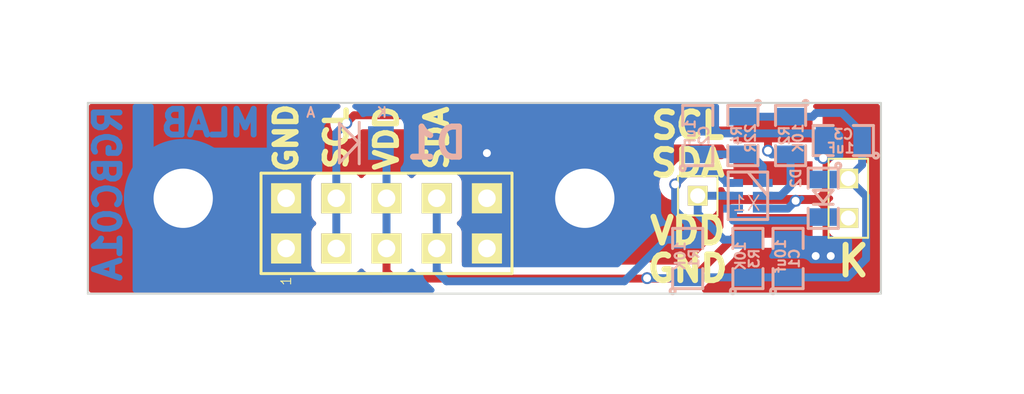
<source format=kicad_pcb>
(kicad_pcb (version 20221018) (generator pcbnew)
  (layers (0 "F.Cu" signal) (31 "B.Cu" signal) (34 "B.Paste" user) (35 "F.Paste" user) (36 "B.SilkS" user "B.Silkscreen") (37 "F.SilkS" user "F.Silkscreen") (38 "B.Mask" user) (39 "F.Mask" user) (44 "Edge.Cuts" user))
  (net 0 "")
  (net 1 "VDD")
  (net 2 "GND")
  (net 3 "Net-(C2-Pad1)")
  (net 4 "Net-(D2-Pad2)")
  (net 5 "Net-(J2-Pad1)")
  (net 6 "/SCL")
  (net 7 "/SDA")
  (footprint "Mlab_Pin_Headers:Straight_2x01" (layer "F.Cu") (at 38.735 -4.572 -90)
    (fp_text reference "J3" hide)
    (fp_text value "CONN1_2" hide)
    (fp_line (start -2 -1) (end 2 -1) (stroke (width 0.1)) (layer "F.SilkS"))
    (fp_line (start -2 1) (end -2 -1) (stroke (width 0.1)) (layer "F.SilkS"))
    (fp_line (start 2 -1) (end 2 1) (stroke (width 0.1)) (layer "F.SilkS"))
    (fp_line (start 2 1) (end -2 1) (stroke (width 0.1)) (layer "F.SilkS"))
    (pad "1" thru_hole rect (at -1 0 270) (size 1 1) (drill 0.762) (layers "*.Cu" "*.Mask" "F.SilkS") (net 1 "VDD"))
    (pad "2" thru_hole rect (at 1 0 270) (size 1 1) (drill 0.762) (layers "*.Cu" "*.Mask" "F.SilkS") (net 4 "Net-(D2-Pad2)"))
  )
  (footprint "Mlab_Pin_Headers:Straight_1x01" (layer "F.Cu") (at 31.115 -4.699)
    (fp_text reference "J2" hide)
    (fp_text value "CONN1_1" hide)
    (fp_text user "1" (at -1 0) (layer "F.SilkS") (effects (font (size 0 0))))
    (fp_line (start -1 -1) (end 1 -1) (stroke (width 0.1)) (layer "F.SilkS"))
    (fp_line (start -1 1) (end -1 -1) (stroke (width 0.1)) (layer "F.SilkS"))
    (fp_line (start 1 -1) (end 1 1) (stroke (width 0.1)) (layer "F.SilkS"))
    (fp_line (start 1 1) (end -1 1) (stroke (width 0.1)) (layer "F.SilkS"))
    (pad "1" thru_hole rect (at 0 0) (size 1 1) (drill 0.762) (layers "*.Cu" "*.Mask" "F.SilkS") (net 5 "Net-(J2-Pad1)"))
  )
  (footprint "Mlab_Pin_Headers:Straight_2x05" (layer "F.Cu") (at 15.367 -3.302 90)
    (fp_text reference "J1" hide)
    (fp_text value "JUMP_5X2" hide)
    (fp_text user "1" (at -2.921 -5.08 90) (layer "F.SilkS") (effects (font (size 0.5 0.5) (thickness 0.05))))
    (fp_line (start -2.54 -6.35) (end 2.54 -6.35) (stroke (width 0.15)) (layer "F.SilkS"))
    (fp_line (start -2.54 6.35) (end -2.54 -6.35) (stroke (width 0.15)) (layer "F.SilkS"))
    (fp_line (start 2.54 -6.35) (end 2.54 6.35) (stroke (width 0.15)) (layer "F.SilkS"))
    (fp_line (start 2.54 6.35) (end -2.54 6.35) (stroke (width 0.15)) (layer "F.SilkS"))
    (pad "1" thru_hole rect (at -1.27 -5.08 90) (size 1.524 1.524) (drill 0.889) (layers "*.Cu" "*.Mask" "F.SilkS") (net 2 "GND"))
    (pad "2" thru_hole rect (at 1.27 -5.08 90) (size 1.524 1.524) (drill 0.889) (layers "*.Cu" "*.Mask" "F.SilkS") (net 2 "GND"))
    (pad "3" thru_hole rect (at -1.27 -2.54 90) (size 1.524 1.524) (drill 0.889) (layers "*.Cu" "*.Mask" "F.SilkS") (net 6 "/SCL"))
    (pad "4" thru_hole rect (at 1.27 -2.54 90) (size 1.524 1.524) (drill 0.889) (layers "*.Cu" "*.Mask" "F.SilkS") (net 6 "/SCL"))
    (pad "5" thru_hole rect (at -1.27 0 90) (size 1.524 1.524) (drill 0.889) (layers "*.Cu" "*.Mask" "F.SilkS") (net 1 "VDD"))
    (pad "6" thru_hole rect (at 1.27 0 90) (size 1.524 1.524) (drill 0.889) (layers "*.Cu" "*.Mask" "F.SilkS") (net 1 "VDD"))
    (pad "7" thru_hole rect (at -1.27 2.54 90) (size 1.524 1.524) (drill 0.889) (layers "*.Cu" "*.Mask" "F.SilkS") (net 7 "/SDA"))
    (pad "8" thru_hole rect (at 1.27 2.54 90) (size 1.524 1.524) (drill 0.889) (layers "*.Cu" "*.Mask" "F.SilkS") (net 7 "/SDA"))
    (pad "9" thru_hole rect (at -1.27 5.08 90) (size 1.524 1.524) (drill 0.889) (layers "*.Cu" "*.Mask" "F.SilkS") (net 2 "GND"))
    (pad "10" thru_hole rect (at 1.27 5.08 90) (size 1.524 1.524) (drill 0.889) (layers "*.Cu" "*.Mask" "F.SilkS") (net 2 "GND"))
  )
  (footprint "Mlab_Pin_Headers:SMD_1x1" (layer "F.Cu") (at 34.925 -3.175)
    (fp_text reference "J4" hide)
    (fp_text value "CONN1_1" hide)
    (pad "1" smd rect (at 0 0) (size 4 1.2) (layers "F.Cu" "F.Paste" "F.Mask") (net 1 "VDD"))
  )
  (footprint "Mlab_Pin_Headers:SMD_1x1" (layer "F.Cu") (at 34.925 -8.001)
    (fp_text reference "J5" hide)
    (fp_text value "CONN1_1" hide)
    (pad "1" smd rect (at 0 0) (size 4 1.2) (layers "F.Cu" "F.Paste" "F.Mask") (net 6 "/SCL"))
  )
  (footprint "Mlab_Pin_Headers:SMD_1x1" (layer "F.Cu") (at 34.925 -5.842)
    (fp_text reference "J6" hide)
    (fp_text value "CONN1_1" hide)
    (pad "1" smd rect (at 0 0) (size 4 1.2) (layers "F.Cu" "F.Paste" "F.Mask") (net 7 "/SDA"))
  )
  (footprint "Mlab_Pin_Headers:SMD_1x1" (layer "F.Cu") (at 34.925 -1.016)
    (fp_text reference "J7" hide)
    (fp_text value "CONN1_1" hide)
    (pad "1" smd rect (at 0 0) (size 4 1.2) (layers "F.Cu" "F.Paste" "F.Mask") (net 2 "GND"))
  )
  (footprint "Mlab_Mechanical:MountingHole_3mm" (layer "B.Cu") (at 5.08 -4.572)
    (fp_text reference "M1" hide)
    (fp_text value "HOLE" hide)
    (pad "1" thru_hole circle (at 0 0) (size 6 6) (drill 3) (layers "*.Cu" "*.Adhes" "*.Mask") (net 2 "GND") (clearance 1))
  )
  (footprint "Mlab_Mechanical:MountingHole_3mm" (layer "B.Cu") (at 25.4 -4.572)
    (fp_text reference "M2" hide)
    (fp_text value "HOLE" hide)
    (pad "1" thru_hole circle (at 0 0) (size 6 6) (drill 3) (layers "*.Cu" "*.Adhes" "*.Mask") (net 2 "GND") (clearance 1))
  )
  (footprint "Mlab_IO:FN" (layer "B.Cu") (at 33.655 -4.699 180)
    (fp_text reference "X1" (at 0.0762 -0.381) (layer "B.SilkS") (effects (font (size 0.762 0.762) (thickness 0.0762)) (justify mirror)))
    (fp_text value "TCS37717" hide)
    (fp_line (start -1 -1.2) (end -1 1.2) (stroke (width 0.15)) (layer "B.SilkS"))
    (fp_line (start -1 0) (end 0 1.2) (stroke (width 0.15)) (layer "B.SilkS"))
    (fp_line (start 1 -1.2) (end -1 -1.2) (stroke (width 0.15)) (layer "B.SilkS"))
    (fp_line (start 1 1.2) (end -1 1.2) (stroke (width 0.15)) (layer "B.SilkS"))
    (fp_line (start 1 1.2) (end 1 -1.2) (stroke (width 0.15)) (layer "B.SilkS"))
    (pad "1" smd rect (at -0.75 0.65 180) (size 1 0.4) (layers "B.Cu" "B.Paste" "B.Mask") (net 3 "Net-(C2-Pad1)"))
    (pad "2" smd rect (at -0.75 0 180) (size 1 0.4) (layers "B.Cu" "B.Paste" "B.Mask") (net 6 "/SCL"))
    (pad "3" smd rect (at -0.75 -0.65 180) (size 1 0.4) (layers "B.Cu" "B.Paste" "B.Mask") (net 2 "GND"))
    (pad "4" smd rect (at 0.75 -0.65 180) (size 1 0.4) (layers "B.Cu" "B.Paste" "B.Mask") (net 4 "Net-(D2-Pad2)"))
    (pad "5" smd rect (at 0.75 0 180) (size 1 0.4) (layers "B.Cu" "B.Paste" "B.Mask") (net 5 "Net-(J2-Pad1)"))
    (pad "6" smd rect (at 0.75 0.65 180) (size 1 0.4) (layers "B.Cu" "B.Paste" "B.Mask") (net 7 "/SDA"))
  )
  (footprint "Mlab_R:SMD-0805" (layer "B.Cu") (at 35.687 -1.524 90)
    (fp_text reference "C1" (at 0 0.3175 90) (layer "B.SilkS") (effects (font (size 0.50038 0.50038) (thickness 0.10922)) (justify mirror)))
    (fp_text value "10uf" (at 0.127 -0.381 90) (layer "B.SilkS") (effects (font (size 0.50038 0.50038) (thickness 0.10922)) (justify mirror)))
    (fp_line (start -1.524 -0.762) (end -1.524 0.762) (stroke (width 0.15)) (layer "B.SilkS"))
    (fp_line (start -1.524 0.762) (end -0.508 0.762) (stroke (width 0.15)) (layer "B.SilkS"))
    (fp_line (start -0.508 -0.762) (end -1.524 -0.762) (stroke (width 0.15)) (layer "B.SilkS"))
    (fp_line (start 0.508 0.762) (end 1.524 0.762) (stroke (width 0.15)) (layer "B.SilkS"))
    (fp_line (start 1.524 -0.762) (end 0.508 -0.762) (stroke (width 0.15)) (layer "B.SilkS"))
    (fp_line (start 1.524 0.762) (end 1.524 -0.762) (stroke (width 0.15)) (layer "B.SilkS"))
    (fp_circle (center -1.651 -0.762) (end -1.651 -0.635) (stroke (width 0.15)) (fill none) (layer "B.SilkS"))
    (pad "1" smd rect (at -0.9525 0 90) (size 0.889 1.397) (layers "B.Cu" "B.Paste" "B.Mask") (net 1 "VDD"))
    (pad "2" smd rect (at 0.9525 0 90) (size 0.889 1.397) (layers "B.Cu" "B.Paste" "B.Mask") (net 2 "GND"))
  )
  (footprint "Mlab_R:SMD-0805" (layer "B.Cu") (at 31.115 -7.747 90)
    (fp_text reference "C2" (at 0 0.3175 90) (layer "B.SilkS") (effects (font (size 0.50038 0.50038) (thickness 0.10922)) (justify mirror)))
    (fp_text value "1uF" (at 0.127 -0.381 90) (layer "B.SilkS") (effects (font (size 0.50038 0.50038) (thickness 0.10922)) (justify mirror)))
    (fp_line (start -1.524 -0.762) (end -1.524 0.762) (stroke (width 0.15)) (layer "B.SilkS"))
    (fp_line (start -1.524 0.762) (end -0.508 0.762) (stroke (width 0.15)) (layer "B.SilkS"))
    (fp_line (start -0.508 -0.762) (end -1.524 -0.762) (stroke (width 0.15)) (layer "B.SilkS"))
    (fp_line (start 0.508 0.762) (end 1.524 0.762) (stroke (width 0.15)) (layer "B.SilkS"))
    (fp_line (start 1.524 -0.762) (end 0.508 -0.762) (stroke (width 0.15)) (layer "B.SilkS"))
    (fp_line (start 1.524 0.762) (end 1.524 -0.762) (stroke (width 0.15)) (layer "B.SilkS"))
    (fp_circle (center -1.651 -0.762) (end -1.651 -0.635) (stroke (width 0.15)) (fill none) (layer "B.SilkS"))
    (pad "1" smd rect (at -0.9525 0 90) (size 0.889 1.397) (layers "B.Cu" "B.Paste" "B.Mask") (net 3 "Net-(C2-Pad1)"))
    (pad "2" smd rect (at 0.9525 0 90) (size 0.889 1.397) (layers "B.Cu" "B.Paste" "B.Mask") (net 2 "GND"))
  )
  (footprint "Mlab_R:SMD-0805" (layer "B.Cu") (at 30.607 -1.524 90)
    (fp_text reference "R1" (at 0 0.3175 90) (layer "B.SilkS") (effects (font (size 0.50038 0.50038) (thickness 0.10922)) (justify mirror)))
    (fp_text value "10K" (at 0.127 -0.381 90) (layer "B.SilkS") (effects (font (size 0.50038 0.50038) (thickness 0.10922)) (justify mirror)))
    (fp_line (start -1.524 -0.762) (end -1.524 0.762) (stroke (width 0.15)) (layer "B.SilkS"))
    (fp_line (start -1.524 0.762) (end -0.508 0.762) (stroke (width 0.15)) (layer "B.SilkS"))
    (fp_line (start -0.508 -0.762) (end -1.524 -0.762) (stroke (width 0.15)) (layer "B.SilkS"))
    (fp_line (start 0.508 0.762) (end 1.524 0.762) (stroke (width 0.15)) (layer "B.SilkS"))
    (fp_line (start 1.524 -0.762) (end 0.508 -0.762) (stroke (width 0.15)) (layer "B.SilkS"))
    (fp_line (start 1.524 0.762) (end 1.524 -0.762) (stroke (width 0.15)) (layer "B.SilkS"))
    (fp_circle (center -1.651 -0.762) (end -1.651 -0.635) (stroke (width 0.15)) (fill none) (layer "B.SilkS"))
    (pad "1" smd rect (at -0.9525 0 90) (size 0.889 1.397) (layers "B.Cu" "B.Paste" "B.Mask") (net 1 "VDD"))
    (pad "2" smd rect (at 0.9525 0 90) (size 0.889 1.397) (layers "B.Cu" "B.Paste" "B.Mask") (net 7 "/SDA"))
  )
  (footprint "Mlab_R:SMD-0805" (layer "B.Cu") (at 33.655 -1.524 90)
    (fp_text reference "R3" (at 0 0.3175 90) (layer "B.SilkS") (effects (font (size 0.50038 0.50038) (thickness 0.10922)) (justify mirror)))
    (fp_text value "10K" (at 0.127 -0.381 90) (layer "B.SilkS") (effects (font (size 0.50038 0.50038) (thickness 0.10922)) (justify mirror)))
    (fp_line (start -1.524 -0.762) (end -1.524 0.762) (stroke (width 0.15)) (layer "B.SilkS"))
    (fp_line (start -1.524 0.762) (end -0.508 0.762) (stroke (width 0.15)) (layer "B.SilkS"))
    (fp_line (start -0.508 -0.762) (end -1.524 -0.762) (stroke (width 0.15)) (layer "B.SilkS"))
    (fp_line (start 0.508 0.762) (end 1.524 0.762) (stroke (width 0.15)) (layer "B.SilkS"))
    (fp_line (start 1.524 -0.762) (end 0.508 -0.762) (stroke (width 0.15)) (layer "B.SilkS"))
    (fp_line (start 1.524 0.762) (end 1.524 -0.762) (stroke (width 0.15)) (layer "B.SilkS"))
    (fp_circle (center -1.651 -0.762) (end -1.651 -0.635) (stroke (width 0.15)) (fill none) (layer "B.SilkS"))
    (pad "1" smd rect (at -0.9525 0 90) (size 0.889 1.397) (layers "B.Cu" "B.Paste" "B.Mask") (net 1 "VDD"))
    (pad "2" smd rect (at 0.9525 0 90) (size 0.889 1.397) (layers "B.Cu" "B.Paste" "B.Mask") (net 5 "Net-(J2-Pad1)"))
  )
  (footprint "Mlab_R:SMD-0805" (layer "B.Cu") (at 33.401 -7.747 -90)
    (fp_text reference "R4" (at 0 0.3175 270) (layer "B.SilkS") (effects (font (size 0.50038 0.50038) (thickness 0.10922)) (justify mirror)))
    (fp_text value "22R" (at 0.127 -0.381 270) (layer "B.SilkS") (effects (font (size 0.50038 0.50038) (thickness 0.10922)) (justify mirror)))
    (fp_line (start -1.524 -0.762) (end -1.524 0.762) (stroke (width 0.15)) (layer "B.SilkS"))
    (fp_line (start -1.524 0.762) (end -0.508 0.762) (stroke (width 0.15)) (layer "B.SilkS"))
    (fp_line (start -0.508 -0.762) (end -1.524 -0.762) (stroke (width 0.15)) (layer "B.SilkS"))
    (fp_line (start 0.508 0.762) (end 1.524 0.762) (stroke (width 0.15)) (layer "B.SilkS"))
    (fp_line (start 1.524 -0.762) (end 0.508 -0.762) (stroke (width 0.15)) (layer "B.SilkS"))
    (fp_line (start 1.524 0.762) (end 1.524 -0.762) (stroke (width 0.15)) (layer "B.SilkS"))
    (fp_circle (center -1.651 -0.762) (end -1.651 -0.635) (stroke (width 0.15)) (fill none) (layer "B.SilkS"))
    (pad "1" smd rect (at -0.9525 0 270) (size 0.889 1.397) (layers "B.Cu" "B.Paste" "B.Mask") (net 1 "VDD"))
    (pad "2" smd rect (at 0.9525 0 270) (size 0.889 1.397) (layers "B.Cu" "B.Paste" "B.Mask") (net 3 "Net-(C2-Pad1)"))
  )
  (footprint "Mlab_D:Diode-MiniMELF_Standard" (layer "B.Cu") (at 13.335 -7.366)
    (fp_text reference "D1" (at 4.572 0) (layer "B.SilkS") (effects (font (size 1.524 1.524) (thickness 0.3048)) (justify mirror)))
    (fp_text value "BZV55C-3,6V" hide)
    (fp_text user "A" (at -1.80086 -1.5494) (layer "B.SilkS") (effects (font (size 0.50038 0.50038) (thickness 0.09906)) (justify mirror)))
    (fp_text user "K" (at 1.80086 -1.5494) (layer "B.SilkS") (effects (font (size 0.50038 0.50038) (thickness 0.09906)) (justify mirror)))
    (fp_line (start -0.35052 -1.00076) (end 0.65024 0) (stroke (width 0.15)) (layer "B.SilkS"))
    (fp_line (start -0.35052 1.00076) (end -0.35052 -1.00076) (stroke (width 0.15)) (layer "B.SilkS"))
    (fp_line (start 0.65024 -0.0508) (end -0.35052 1.00076) (stroke (width 0.15)) (layer "B.SilkS"))
    (fp_line (start 0.65024 1.04902) (end 0.65024 -1.04902) (stroke (width 0.15)) (layer "B.SilkS"))
    (pad "1" smd rect (at -1.75006 0) (size 1.30048 1.69926) (layers "B.Cu" "B.Paste" "B.Mask") (net 2 "GND"))
    (pad "2" smd rect (at 1.75006 0) (size 1.30048 1.69926) (layers "B.Cu" "B.Paste" "B.Mask") (net 1 "VDD"))
  )
  (footprint "Mlab_D:LED_0805" (layer "B.Cu") (at 37.465 -4.572 -90)
    (fp_text reference "D2" (at -1.016 1.3843 270) (layer "B.SilkS") (effects (font (size 0.50038 0.50038) (thickness 0.10922)) (justify mirror)))
    (fp_text value "LL-S170IRC-2A" hide)
    (fp_text user "K" (at 1.0668 -1.2954 270) (layer "B.SilkS") (effects (font (size 0.5 0.5) (thickness 0.125)) (justify mirror)))
    (fp_text user "A" (at -0.9906 -1.27 270) (layer "B.SilkS") (effects (font (size 0.5 0.5) (thickness 0.125)) (justify mirror)))
    (fp_line (start -1.524 -0.762) (end -1.524 0.762) (stroke (width 0.15)) (layer "B.SilkS"))
    (fp_line (start -1.524 0.762) (end -0.508 0.762) (stroke (width 0.15)) (layer "B.SilkS"))
    (fp_line (start -0.508 -0.762) (end -1.524 -0.762) (stroke (width 0.15)) (layer "B.SilkS"))
    (fp_line (start -0.4064 0.5) (end -0.4064 -0.5) (stroke (width 0.15)) (layer "B.SilkS"))
    (fp_line (start -0.3937 0.5) (end 0.2032 0) (stroke (width 0.15)) (layer "B.SilkS"))
    (fp_line (start 0.2032 0) (end -0.4064 -0.5) (stroke (width 0.15)) (layer "B.SilkS"))
    (fp_line (start 0.3048 0.5) (end 0.3048 -0.5) (stroke (width 0.15)) (layer "B.SilkS"))
    (fp_line (start 0.508 0.762) (end 1.524 0.762) (stroke (width 0.15)) (layer "B.SilkS"))
    (fp_line (start 1.524 -0.762) (end 0.508 -0.762) (stroke (width 0.15)) (layer "B.SilkS"))
    (fp_line (start 1.524 0.762) (end 1.524 -0.762) (stroke (width 0.15)) (layer "B.SilkS"))
    (fp_circle (center -1.651 -0.762) (end -1.651 -0.635) (stroke (width 0.15)) (fill none) (layer "B.SilkS"))
    (pad "1" smd rect (at -0.9525 0 270) (size 0.889 1.397) (layers "B.Cu" "B.Paste" "B.Mask") (net 1 "VDD"))
    (pad "2" smd rect (at 0.9525 0 270) (size 0.889 1.397) (layers "B.Cu" "B.Paste" "B.Mask") (net 4 "Net-(D2-Pad2)"))
  )
  (footprint "Mlab_R:SMD-0805" (layer "B.Cu") (at 38.481 -7.493 180)
    (fp_text reference "C3" (at 0 0.3175 180) (layer "B.SilkS") (effects (font (size 0.50038 0.50038) (thickness 0.10922)) (justify mirror)))
    (fp_text value "1uF" (at 0.127 -0.381 180) (layer "B.SilkS") (effects (font (size 0.50038 0.50038) (thickness 0.10922)) (justify mirror)))
    (fp_line (start -1.524 -0.762) (end -1.524 0.762) (stroke (width 0.15)) (layer "B.SilkS"))
    (fp_line (start -1.524 0.762) (end -0.508 0.762) (stroke (width 0.15)) (layer "B.SilkS"))
    (fp_line (start -0.508 -0.762) (end -1.524 -0.762) (stroke (width 0.15)) (layer "B.SilkS"))
    (fp_line (start 0.508 0.762) (end 1.524 0.762) (stroke (width 0.15)) (layer "B.SilkS"))
    (fp_line (start 1.524 -0.762) (end 0.508 -0.762) (stroke (width 0.15)) (layer "B.SilkS"))
    (fp_line (start 1.524 0.762) (end 1.524 -0.762) (stroke (width 0.15)) (layer "B.SilkS"))
    (fp_circle (center -1.651 -0.762) (end -1.651 -0.635) (stroke (width 0.15)) (fill none) (layer "B.SilkS"))
    (pad "1" smd rect (at -0.9525 0 180) (size 0.889 1.397) (layers "B.Cu" "B.Paste" "B.Mask") (net 1 "VDD"))
    (pad "2" smd rect (at 0.9525 0 180) (size 0.889 1.397) (layers "B.Cu" "B.Paste" "B.Mask") (net 2 "GND"))
  )
  (footprint "Mlab_R:SMD-0805" (layer "B.Cu") (at 35.814 -7.747 -90)
    (fp_text reference "R2" (at 0 0.3175 270) (layer "B.SilkS") (effects (font (size 0.50038 0.50038) (thickness 0.10922)) (justify mirror)))
    (fp_text value "10K" (at 0.127 -0.381 270) (layer "B.SilkS") (effects (font (size 0.50038 0.50038) (thickness 0.10922)) (justify mirror)))
    (fp_line (start -1.524 -0.762) (end -1.524 0.762) (stroke (width 0.15)) (layer "B.SilkS"))
    (fp_line (start -1.524 0.762) (end -0.508 0.762) (stroke (width 0.15)) (layer "B.SilkS"))
    (fp_line (start -0.508 -0.762) (end -1.524 -0.762) (stroke (width 0.15)) (layer "B.SilkS"))
    (fp_line (start 0.508 0.762) (end 1.524 0.762) (stroke (width 0.15)) (layer "B.SilkS"))
    (fp_line (start 1.524 -0.762) (end 0.508 -0.762) (stroke (width 0.15)) (layer "B.SilkS"))
    (fp_line (start 1.524 0.762) (end 1.524 -0.762) (stroke (width 0.15)) (layer "B.SilkS"))
    (fp_circle (center -1.651 -0.762) (end -1.651 -0.635) (stroke (width 0.15)) (fill none) (layer "B.SilkS"))
    (pad "1" smd rect (at -0.9525 0 270) (size 0.889 1.397) (layers "B.Cu" "B.Paste" "B.Mask") (net 1 "VDD"))
    (pad "2" smd rect (at 0.9525 0 270) (size 0.889 1.397) (layers "B.Cu" "B.Paste" "B.Mask") (net 6 "/SCL"))
  )
  (gr_line (start 0.254 -9.398) (end 0.254 0.254) (stroke (width 0.1)) (layer "Edge.Cuts"))
  (gr_line (start 40.386 0.254) (end 40.386 -9.398) (stroke (width 0.1)) (layer "Edge.Cuts"))
  (gr_line (start 0.254 0.254) (end 40.386 0.254) (stroke (width 0.1)) (layer "Edge.Cuts"))
  (gr_line (start 0.254 -9.398) (end 40.386 -9.398) (stroke (width 0.1)) (layer "Edge.Cuts"))
  (gr_text "RGBC01A" (at 1.27 -4.826 90) (layer "B.Cu") (effects (font (size 1.3 1.3) (thickness 0.3)) (justify mirror)))
  (gr_text "MLAB" (at 6.477 -8.382) (layer "B.Cu") (effects (font (size 1.3 1.3) (thickness 0.3)) (justify mirror)))
  (gr_text "SDA" (at 17.907 -7.62 90) (layer "F.SilkS") (effects (font (size 1.1 1.1) (thickness 0.275))))
  (gr_text "SCL" (at 30.607 -8.255) (layer "F.SilkS") (effects (font (size 1.3 1.3) (thickness 0.3))))
  (gr_text "GND" (at 30.607 -1.016) (layer "F.SilkS") (effects (font (size 1.3 1.3) (thickness 0.3))))
  (gr_text "SCL" (at 12.827 -7.62 90) (layer "F.SilkS") (effects (font (size 1.1 1.1) (thickness 0.275))))
  (gr_text "SDA" (at 30.607 -6.35) (layer "F.SilkS") (effects (font (size 1.3 1.3) (thickness 0.3))))
  (gr_text "VDD" (at 30.607 -2.921) (layer "F.SilkS") (effects (font (size 1.3 1.3) (thickness 0.3))))
  (gr_text "VDD" (at 15.367 -7.62 90) (layer "F.SilkS") (effects (font (size 1.1 1.1) (thickness 0.275))))
  (gr_text "K" (at 38.989 -1.397) (layer "F.SilkS") (effects (font (size 1.5 1.5) (thickness 0.3))))
  (gr_text "GND" (at 10.287 -7.62 90) (layer "F.SilkS") (effects (font (size 1.1 1.1) (thickness 0.275))))
  (segment (start 34.925 -3.175) (end 33.782 -3.175) (width 0.4) (layer "F.Cu") (net 1))
  (segment (start 33.525 -3.175) (end 34.925 -3.175) (width 0.4) (layer "F.Cu") (net 1))
  (segment (start 15.367 -2.032) (end 15.367 -0.87) (width 0.4) (layer "F.Cu") (net 1))
  (segment (start 28.575 -0.508) (end 28.552482 -0.530518) (width 0.4) (layer "F.Cu") (net 1))
  (segment (start 29.057313 -0.508) (end 28.575 -0.508) (width 0.4) (layer "F.Cu") (net 1))
  (segment (start 34.925 -3.175) (end 36.325 -3.175) (width 0.4) (layer "F.Cu") (net 1))
  (segment (start 15.367 -0.87) (end 15.729 -0.508) (width 0.4) (layer "F.Cu") (net 1))
  (segment (start 15.729 -0.508) (end 29.057313 -0.508) (width 0.4) (layer "F.Cu") (net 1))
  (segment (start 29.057313 -0.508) (end 30.858 -0.508) (width 0.4) (layer "F.Cu") (net 1))
  (segment (start 30.858 -0.508) (end 33.525 -3.175) (width 0.4) (layer "F.Cu") (net 1))
  (via (at 28.552482 -0.530518) (size 0.6) (drill 0.4) (layers "F.Cu" "B.Cu") (net 1))
  (segment (start 35.687 -0.5715) (end 38.691502 -0.5715) (width 0.4) (layer "B.Cu") (net 1))
  (segment (start 35.814 -8.6995) (end 36.9125 -8.6995) (width 0.4) (layer "B.Cu") (net 1))
  (segment (start 15.367 -4.572) (end 15.367 -7.08406) (width 0.4) (layer "B.Cu") (net 1))
  (segment (start 39.635001 -1.514999) (end 39.635001 -4.671999) (width 0.4) (layer "B.Cu") (net 1))
  (segment (start 38.4175 -8.89) (end 39.4335 -7.874) (width 0.4) (layer "B.Cu") (net 1))
  (segment (start 39.4335 -7.62) (end 39.4335 -6.2705) (width 0.4) (layer "B.Cu") (net 1))
  (segment (start 15.367 -7.08406) (end 15.08506 -7.366) (width 0.4) (layer "B.Cu") (net 1))
  (segment (start 38.735 -5.572) (end 37.5125 -5.572) (width 0.4) (layer "B.Cu") (net 1))
  (segment (start 36.9125 -8.6995) (end 37.103 -8.89) (width 0.4) (layer "B.Cu") (net 1))
  (segment (start 39.4335 -6.2705) (end 38.735 -5.572) (width 0.4) (layer "B.Cu") (net 1))
  (segment (start 37.6555 -5.588) (end 37.719 -5.5245) (width 0.4) (layer "B.Cu") (net 1))
  (segment (start 37.5125 -5.572) (end 37.465 -5.5245) (width 0.4) (layer "B.Cu") (net 1))
  (segment (start 33.655 -0.5715) (end 30.607 -0.5715) (width 0.4) (layer "B.Cu") (net 1))
  (segment (start 35.814 -8.6995) (end 33.401 -8.6995) (width 0.4) (layer "B.Cu") (net 1))
  (segment (start 39.635001 -4.671999) (end 38.735 -5.572) (width 0.4) (layer "B.Cu") (net 1))
  (segment (start 39.4335 -7.874) (end 39.4335 -7.62) (width 0.4) (layer "B.Cu") (net 1))
  (segment (start 37.103 -8.89) (end 38.4175 -8.89) (width 0.4) (layer "B.Cu") (net 1))
  (segment (start 33.655 -0.5715) (end 35.687 -0.5715) (width 0.4) (layer "B.Cu") (net 1))
  (segment (start 28.552482 -0.530518) (end 30.566018 -0.530518) (width 0.4) (layer "B.Cu") (net 1))
  (segment (start 30.566018 -0.530518) (end 30.607 -0.5715) (width 0.4) (layer "B.Cu") (net 1))
  (segment (start 15.367 -4.572) (end 15.367 -2.032) (width 0.4) (layer "B.Cu") (net 1))
  (segment (start 38.691502 -0.5715) (end 39.635001 -1.514999) (width 0.4) (layer "B.Cu") (net 1))
  (segment (start 34.925 -1.016) (end 37.084 -1.651) (width 0.4) (layer "F.Cu") (net 2))
  (segment (start 20.447 -4.572) (end 20.447 -6.858) (width 0.4) (layer "F.Cu") (net 2))
  (via (at 36.068 -4.445) (size 0.6) (drill 0.4) (layers "F.Cu" "B.Cu") (net 2))
  (via (at 37.465 -6.604) (size 0.6) (drill 0.4) (layers "F.Cu" "B.Cu") (net 2))
  (via (at 37.846 -1.651) (size 0.6) (drill 0.4) (layers "F.Cu" "B.Cu") (net 2))
  (via (at 37.084 -1.651) (size 0.6) (drill 0.4) (layers "F.Cu" "B.Cu") (net 2))
  (via (at 20.447 -6.858) (size 0.6) (drill 0.4) (layers "F.Cu" "B.Cu") (net 2))
  (segment (start 37.5285 -8.001) (end 37.5285 -7.8105) (width 0.4) (layer "B.Cu") (net 2))
  (segment (start 31.369 -8.6995) (end 32.213501 -7.854999) (width 0.4) (layer "B.Cu") (net 2))
  (segment (start 32.213501 -7.854999) (end 37.382499 -7.854999) (width 0.4) (layer "B.Cu") (net 2))
  (segment (start 37.084 -1.651) (end 37.846 -1.651) (width 0.4) (layer "B.Cu") (net 2))
  (segment (start 37.5285 -6.6675) (end 37.465 -6.604) (width 0.4) (layer "B.Cu") (net 2))
  (segment (start 35.672 -4.049) (end 36.068 -4.445) (width 0.4) (layer "B.Cu") (net 2))
  (segment (start 34.405 -4.049) (end 35.672 -4.049) (width 0.4) (layer "B.Cu") (net 2))
  (segment (start 31.115 -8.6995) (end 31.369 -8.6995) (width 0.4) (layer "B.Cu") (net 2))
  (segment (start 37.5285 -7.62) (end 37.5285 -6.6675) (width 0.4) (layer "B.Cu") (net 2))
  (segment (start 37.382499 -7.854999) (end 37.5285 -8.001) (width 0.4) (layer "B.Cu") (net 2))
  (segment (start 34.405 -5.349) (end 34.405 -6.1715) (width 0.4) (layer "B.Cu") (net 3))
  (segment (start 33.401 -6.7945) (end 31.115 -6.7945) (width 0.4) (layer "B.Cu") (net 3))
  (segment (start 34.405 -6.1715) (end 33.782 -6.7945) (width 0.4) (layer "B.Cu") (net 3))
  (segment (start 32.905 -4.049) (end 32.905001 -3.448999) (width 0.4) (layer "B.Cu") (net 4))
  (segment (start 37.6715 -3.826) (end 37.465 -3.6195) (width 0.4) (layer "B.Cu") (net 4))
  (segment (start 37.548499 -3.448999) (end 37.719 -3.6195) (width 0.4) (layer "B.Cu") (net 4))
  (segment (start 38.735 -3.572) (end 37.5125 -3.572) (width 0.4) (layer "B.Cu") (net 4))
  (segment (start 32.905001 -3.448999) (end 37.548499 -3.448999) (width 0.4) (layer "B.Cu") (net 4))
  (segment (start 37.5125 -3.572) (end 37.465 -3.6195) (width 0.4) (layer "B.Cu") (net 4))
  (segment (start 32.905 -4.699) (end 31.115 -4.699) (width 0.4) (layer "B.Cu") (net 5))
  (segment (start 31.115 -3.799) (end 31.115 -4.699) (width 0.4) (layer "B.Cu") (net 5))
  (segment (start 32.4375 -2.4765) (end 31.115 -3.799) (width 0.4) (layer "B.Cu") (net 5))
  (segment (start 33.655 -2.4765) (end 32.4375 -2.4765) (width 0.4) (layer "B.Cu") (net 5))
  (segment (start 13.725001 -8.772001) (end 13.335 -8.382) (width 0.4) (layer "F.Cu") (net 6))
  (segment (start 34.925 -8.001) (end 28.187002 -8.001) (width 0.4) (layer "F.Cu") (net 6))
  (segment (start 28.187002 -8.001) (end 27.416001 -8.772001) (width 0.4) (layer "F.Cu") (net 6))
  (segment (start 27.416001 -8.772001) (end 16.284163 -8.772001) (width 0.4) (layer "F.Cu") (net 6))
  (segment (start 36.139498 -8.001) (end 34.925 -8.001) (width 0.4) (layer "F.Cu") (net 6))
  (segment (start 34.671 -6.985) (end 34.671 -7.747) (width 0.4) (layer "F.Cu") (net 6))
  (segment (start 16.284163 -8.772001) (end 13.725001 -8.772001) (width 0.4) (layer "F.Cu") (net 6))
  (segment (start 34.671 -7.747) (end 34.925 -8.001) (width 0.4) (layer "F.Cu") (net 6))
  (via (at 34.671 -6.985) (size 0.6) (drill 0.4) (layers "F.Cu" "B.Cu") (net 6))
  (via (at 13.335 -8.382) (size 0.6) (drill 0.4) (layers "F.Cu" "B.Cu") (net 6))
  (segment (start 12.827 -4.572) (end 12.827 -2.032) (width 0.4) (layer "B.Cu") (net 6))
  (segment (start 12.827 -7.874) (end 12.827 -4.572) (width 0.4) (layer "B.Cu") (net 6))
  (segment (start 34.405 -4.699) (end 35.305 -4.699) (width 0.4) (layer "B.Cu") (net 6))
  (segment (start 35.814 -5.208) (end 35.814 -5.95) (width 0.4) (layer "B.Cu") (net 6))
  (segment (start 35.814 -6.7945) (end 34.8615 -6.7945) (width 0.4) (layer "B.Cu") (net 6))
  (segment (start 35.305 -4.699) (end 35.814 -5.208) (width 0.4) (layer "B.Cu") (net 6))
  (segment (start 13.335 -8.382) (end 12.827 -7.874) (width 0.4) (layer "B.Cu") (net 6))
  (segment (start 34.8615 -6.7945) (end 34.671 -6.985) (width 0.4) (layer "B.Cu") (net 6))
  (segment (start 35.814 -5.95) (end 35.814 -6.7945) (width 0.4) (layer "B.Cu") (net 6))
  (segment (start 34.925 -5.842) (end 30.537998 -5.842) (width 0.4) (layer "F.Cu") (net 7))
  (segment (start 34.798 -5.715) (end 34.925 -5.842) (width 0.4) (layer "F.Cu") (net 7))
  (segment (start 30.537998 -5.842) (end 29.972 -5.276002) (width 0.4) (layer "F.Cu") (net 7))
  (via (at 29.972 -5.276002) (size 0.6) (drill 0.4) (layers "F.Cu" "B.Cu") (net 7))
  (segment (start 30.607 -3.321) (end 29.972 -3.956) (width 0.4) (layer "B.Cu") (net 7))
  (segment (start 32.605 -5.349) (end 32.005 -5.949) (width 0.4) (layer "B.Cu") (net 7))
  (segment (start 32.905 -5.349) (end 32.605 -5.349) (width 0.4) (layer "B.Cu") (net 7))
  (segment (start 29.972 -3.956) (end 29.972 -5.276002) (width 0.4) (layer "B.Cu") (net 7))
  (segment (start 29.5085 -2.4765) (end 27.403999 -0.371999) (width 0.4) (layer "B.Cu") (net 7))
  (segment (start 18.405001 -0.371999) (end 17.907 -0.87) (width 0.4) (layer "B.Cu") (net 7))
  (segment (start 17.907 -0.87) (end 17.907 -2.032) (width 0.4) (layer "B.Cu") (net 7))
  (segment (start 27.403999 -0.371999) (end 18.405001 -0.371999) (width 0.4) (layer "B.Cu") (net 7))
  (segment (start 32.005 -5.949) (end 30.644998 -5.949) (width 0.4) (layer "B.Cu") (net 7))
  (segment (start 30.607 -2.4765) (end 29.5085 -2.4765) (width 0.4) (layer "B.Cu") (net 7))
  (segment (start 30.607 -2.4765) (end 30.607 -3.321) (width 0.4) (layer "B.Cu") (net 7))
  (segment (start 30.644998 -5.949) (end 29.972 -5.276002) (width 0.4) (layer "B.Cu") (net 7))
  (segment (start 17.907 -4.572) (end 17.907 -2.032) (width 0.4) (layer "B.Cu") (net 7))
  (zone (net 2) (net_name "GND") (layer "F.Cu") (connect_pads yes (clearance 0.508)) (min_thickness 0.254) (fill yes (thermal_gap 0.508) (thermal_bridge_width 0.508))
    (polygon (pts (xy -2.286 -12.192) (xy 44.577 -12.192) (xy 44.704 1.651) (xy -0.762 0.889)))
  )
  (zone (net 2) (net_name "GND") (layer "B.Cu") (connect_pads yes (clearance 0.508)) (min_thickness 0.254) (fill yes (thermal_gap 0.508) (thermal_bridge_width 0.508))
    (polygon (pts (xy -4.191 -14.605) (xy 47.244 -14.478) (xy 47.625 5.334) (xy -4.191 4.445)))
  )
)
</source>
